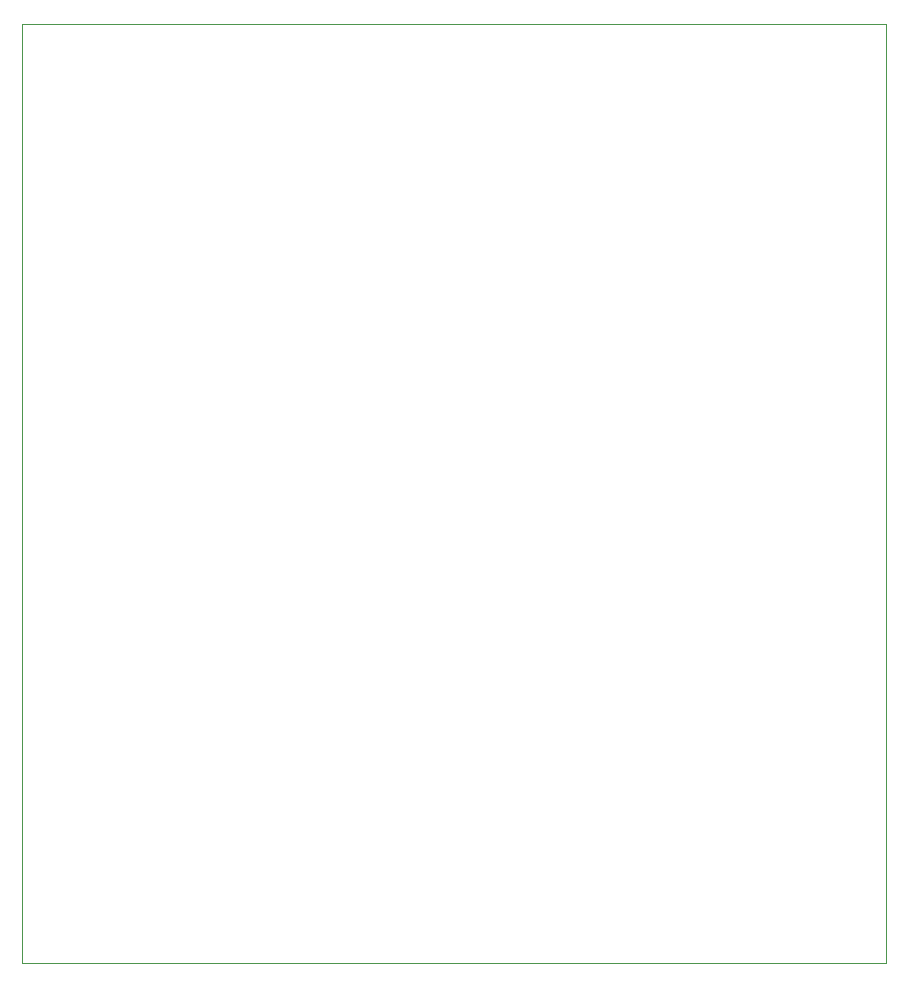
<source format=gko>
G04 This is an RS-274x file exported by *
G04 gerbv version 2.9.8 *
G04 More information is available about gerbv at *
G04 https://gerbv.github.io/ *
G04 --End of header info--*
%MOIN*%
%FSLAX36Y36*%
%IPPOS*%
G04 --Define apertures--*
%ADD10C,0.0000*%
%AMMACRO11*
5,1,8,0.000000,0.000000,0.051955,22.500000*
%
%ADD11MACRO11*%
%AMMACRO12*
5,1,8,0.000000,0.000000,0.057475,22.500000*
%
%ADD12MACRO12*%
%ADD13R,0.0531X0.0531*%
%ADD14R,0.0500X0.0500*%
%AMMACRO15*
5,1,8,0.000000,0.000000,0.054119,22.500000*
%
%ADD15MACRO15*%
%ADD16C,0.0600*%
%AMMACRO17*
5,1,8,0.000000,0.000000,0.051089,22.500000*
%
%ADD17MACRO17*%
%ADD18C,0.0827*%
%ADD19R,0.0480X0.0480*%
%ADD20C,0.0480*%
%ADD21C,0.0480*%
%AMMACRO22*
5,1,8,0.000000,0.000000,0.063969,22.500000*
%
%ADD22MACRO22*%
%ADD23C,0.0669*%
%ADD24C,0.0160*%
%ADD25C,0.2500*%
G04 --Start main section--*
G54D10*
G01X0010000Y0027000D02*
G01X0010000Y3157000D01*
G01X0010000Y3157000D02*
G01X2890000Y3157000D01*
G01X2890000Y3157000D02*
G01X2890000Y0027000D01*
G01X2890000Y0027000D02*
G01X0010000Y0027000D01*
M02*

</source>
